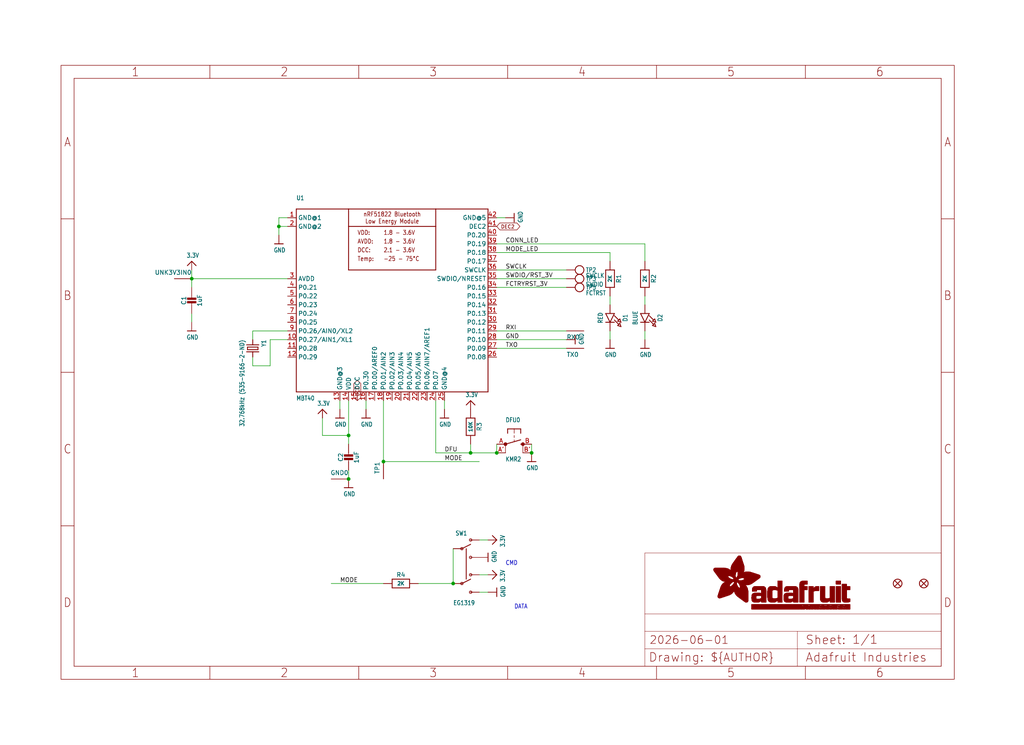
<source format=kicad_sch>
(kicad_sch (version 20230121) (generator eeschema)
  (paper "User" 298.45 217.322)
  (lib_symbols
    (symbol "working-eagle-import:3.3V" (power)
      (property "Value" "3.3V" (at -1.524 1.016 0))
      (symbol "3.3V_1_0"
        (pin power_in line (at 0 -2.54 90) (length 2.54) (name "3.3V") (number "1"))
      )
    )
    (symbol "working-eagle-import:CAP_CERAMIC0805-NOOUTLINE"
      (property "Reference" "C" (at -2.29 1.25 90))
      (symbol "CAP_CERAMIC0805-NOOUTLINE_1_0"
        (pin passive line (at 0 5.08 270) (length 2.54) (name "1") (number "1"))
        (pin passive line (at 0 -2.54 90) (length 2.54) (name "2") (number "2"))
      )
    )
    (symbol "working-eagle-import:CRYSTAL2.0X6.0_32.768"
      (property "Reference" "Y" (at -2.54 2.54 0))
      (symbol "CRYSTAL2.0X6.0_32.768_1_0"
        (pin passive line (at -2.54 0 0) (length 0) (name "1") (number "1"))
        (pin passive line (at 2.54 0 180) (length 0) (name "2") (number "2"))
      )
    )
    (symbol "working-eagle-import:FIDUCIAL{dblquote}{dblquote}")
    (symbol "working-eagle-import:FRAME_A4_ADAFRUIT"
      (symbol "FRAME_A4_ADAFRUIT_1_0"
        (text "${#}/${##}" (at 230.505 10.16 0) (effects (font (size 2.54 2.54)) (justify left bottom)))
        (text "${AUTHOR}" (at 189.23 5.08 0) (effects (font (size 2.286 2.286)) (justify left bottom)))
        (text "${CURRENT_DATE}" (at 171.45 10.16 0) (effects (font (size 2.286 2.286)) (justify left bottom)))
        (text "${PROJECTNAME}" (at 171.45 15.24 0) (effects (font (size 2.54 2.54)) (justify left bottom)))
        (text "1" (at 21.6958 1.905 0) (effects (font (size 2.54 2.286))))
        (text "1" (at 21.6958 177.165 0) (effects (font (size 2.54 2.286))))
        (text "2" (at 65.0875 1.905 0) (effects (font (size 2.54 2.286))))
        (text "2" (at 65.0875 177.165 0) (effects (font (size 2.54 2.286))))
        (text "3" (at 108.4792 1.905 0) (effects (font (size 2.54 2.286))))
        (text "3" (at 108.4792 177.165 0) (effects (font (size 2.54 2.286))))
        (text "4" (at 151.8708 1.905 0) (effects (font (size 2.54 2.286))))
        (text "4" (at 151.8708 177.165 0) (effects (font (size 2.54 2.286))))
        (text "5" (at 195.2625 1.905 0) (effects (font (size 2.54 2.286))))
        (text "5" (at 195.2625 177.165 0) (effects (font (size 2.54 2.286))))
        (text "6" (at 238.6542 1.905 0) (effects (font (size 2.54 2.286))))
        (text "6" (at 238.6542 177.165 0) (effects (font (size 2.54 2.286))))
        (text "A" (at 1.905 156.6863 0) (effects (font (size 2.54 2.286))))
        (text "A" (at 258.445 156.6863 0) (effects (font (size 2.54 2.286))))
        (text "Adafruit Industries" (at 216.916 4.953 0) (effects (font (size 2.54 2.54)) (justify left bottom)))
        (text "B" (at 1.905 111.9188 0) (effects (font (size 2.54 2.286))))
        (text "B" (at 258.445 111.9188 0) (effects (font (size 2.54 2.286))))
        (text "C" (at 1.905 67.1513 0) (effects (font (size 2.54 2.286))))
        (text "C" (at 258.445 67.1513 0) (effects (font (size 2.54 2.286))))
        (text "D" (at 1.905 22.3838 0) (effects (font (size 2.54 2.286))))
        (text "D" (at 258.445 22.3838 0) (effects (font (size 2.54 2.286))))
        (text "Drawing:" (at 171.196 4.953 0) (effects (font (size 2.54 2.54)) (justify left bottom)))
        (text "Sheet:" (at 216.916 10.033 0) (effects (font (size 2.54 2.54)) (justify left bottom)))
      )
    )
    (symbol "working-eagle-import:GND" (power)
      (property "Value" "GND" (at -1.524 -2.54 0))
      (symbol "GND_1_0"
        (pin power_in line (at 0 2.54 270) (length 2.54) (name "GND") (number "1"))
      )
    )
    (symbol "working-eagle-import:LED0805_NOOUTLINE"
      (property "Reference" "D" (at -1.27 4.445 0))
      (symbol "LED0805_NOOUTLINE_1_0"
        (pin passive line (at -5.08 0 0) (length 2.54) (name "A") (number "A"))
        (pin passive line (at 2.54 0 180) (length 2.54) (name "C") (number "C"))
      )
    )
    (symbol "working-eagle-import:NRF51822_MODULE_MDBT40"
      (property "Reference" "U" (at -27.94 27.94 0))
      (symbol "NRF51822_MODULE_MDBT40_1_0"
        (text "-25 - 75°C" (at -2.54 10.16 0) (effects (font (size 1.27 1.0795)) (justify left bottom)))
        (text "1.8 - 3.6V" (at -2.54 15.24 0) (effects (font (size 1.27 1.0795)) (justify left bottom)))
        (text "1.8 - 3.6V" (at -2.54 17.78 0) (effects (font (size 1.27 1.0795)) (justify left bottom)))
        (text "2.1 - 3.6V" (at -2.54 12.7 0) (effects (font (size 1.27 1.0795)) (justify left bottom)))
        (text "AVDD:" (at -10.16 15.24 0) (effects (font (size 1.27 1.0795)) (justify left bottom)))
        (text "DCC:" (at -10.16 12.7 0) (effects (font (size 1.27 1.0795)) (justify left bottom)))
        (text "nRF51822 Bluetooth\nLow Energy Module" (at 0 22.86 0) (effects (font (size 1.27 1.0795))))
        (text "Temp:" (at -10.16 10.16 0) (effects (font (size 1.27 1.0795)) (justify left bottom)))
        (text "VDD:" (at -10.16 17.78 0) (effects (font (size 1.27 1.0795)) (justify left bottom)))
        (pin power_in line (at -30.48 22.86 0) (length 2.54) (name "GND@1") (number "1"))
        (pin bidirectional line (at -30.48 -12.7 0) (length 2.54) (name "P0.27/AIN1/XL1") (number "10"))
        (pin bidirectional line (at -30.48 -15.24 0) (length 2.54) (name "P0.28") (number "11"))
        (pin bidirectional line (at -30.48 -17.78 0) (length 2.54) (name "P0.29") (number "12"))
        (pin power_in line (at -15.24 -30.48 90) (length 2.54) (name "GND@3") (number "13"))
        (pin power_in line (at -12.7 -30.48 90) (length 2.54) (name "VDD") (number "14"))
        (pin power_in line (at -10.16 -30.48 90) (length 2.54) (name "DCC") (number "15"))
        (pin bidirectional line (at -7.62 -30.48 90) (length 2.54) (name "P0.30") (number "16"))
        (pin bidirectional line (at -5.08 -30.48 90) (length 2.54) (name "P0.00/AREF0") (number "17"))
        (pin bidirectional line (at -2.54 -30.48 90) (length 2.54) (name "P0.01/AIN2") (number "18"))
        (pin bidirectional line (at 0 -30.48 90) (length 2.54) (name "P0.02/AIN3") (number "19"))
        (pin power_in line (at -30.48 20.32 0) (length 2.54) (name "GND@2") (number "2"))
        (pin bidirectional line (at 2.54 -30.48 90) (length 2.54) (name "P0.03/AIN4") (number "20"))
        (pin bidirectional line (at 5.08 -30.48 90) (length 2.54) (name "P0.04/AIN5") (number "21"))
        (pin bidirectional line (at 7.62 -30.48 90) (length 2.54) (name "P0.05/AIN6") (number "22"))
        (pin bidirectional line (at 10.16 -30.48 90) (length 2.54) (name "P0.06/AIN7/AREF1") (number "23"))
        (pin bidirectional line (at 12.7 -30.48 90) (length 2.54) (name "P0.07") (number "24"))
        (pin power_in line (at 15.24 -30.48 90) (length 2.54) (name "GND@4") (number "25"))
        (pin bidirectional line (at 30.48 -17.78 180) (length 2.54) (name "P0.08") (number "26"))
        (pin bidirectional line (at 30.48 -15.24 180) (length 2.54) (name "P0.09") (number "27"))
        (pin bidirectional line (at 30.48 -12.7 180) (length 2.54) (name "P0.10") (number "28"))
        (pin bidirectional line (at 30.48 -10.16 180) (length 2.54) (name "P0.11") (number "29"))
        (pin power_in line (at -30.48 5.08 0) (length 2.54) (name "AVDD") (number "3"))
        (pin bidirectional line (at 30.48 -7.62 180) (length 2.54) (name "P0.12") (number "30"))
        (pin bidirectional line (at 30.48 -5.08 180) (length 2.54) (name "P0.13") (number "31"))
        (pin bidirectional line (at 30.48 -2.54 180) (length 2.54) (name "P0.14") (number "32"))
        (pin bidirectional line (at 30.48 0 180) (length 2.54) (name "P0.15") (number "33"))
        (pin bidirectional line (at 30.48 2.54 180) (length 2.54) (name "P0.16") (number "34"))
        (pin bidirectional line (at 30.48 5.08 180) (length 2.54) (name "SWDIO/NRESET") (number "35"))
        (pin bidirectional line (at 30.48 7.62 180) (length 2.54) (name "SWCLK") (number "36"))
        (pin bidirectional line (at 30.48 10.16 180) (length 2.54) (name "P0.17") (number "37"))
        (pin bidirectional line (at 30.48 12.7 180) (length 2.54) (name "P0.18") (number "38"))
        (pin bidirectional line (at 30.48 15.24 180) (length 2.54) (name "P0.19") (number "39"))
        (pin bidirectional line (at -30.48 2.54 0) (length 2.54) (name "P0.21") (number "4"))
        (pin bidirectional line (at 30.48 17.78 180) (length 2.54) (name "P0.20") (number "40"))
        (pin power_in line (at 30.48 20.32 180) (length 2.54) (name "DEC2") (number "41"))
        (pin power_in line (at 30.48 22.86 180) (length 2.54) (name "GND@5") (number "42"))
        (pin bidirectional line (at -30.48 0 0) (length 2.54) (name "P0.22") (number "5"))
        (pin bidirectional line (at -30.48 -2.54 0) (length 2.54) (name "P0.23") (number "6"))
        (pin bidirectional line (at -30.48 -5.08 0) (length 2.54) (name "P0.24") (number "7"))
        (pin bidirectional line (at -30.48 -7.62 0) (length 2.54) (name "P0.25") (number "8"))
        (pin bidirectional line (at -30.48 -10.16 0) (length 2.54) (name "P0.26/AIN0/XL2") (number "9"))
      )
    )
    (symbol "working-eagle-import:RESISTOR0805_NOOUTLINE"
      (property "Reference" "R" (at 0 2.54 0))
      (symbol "RESISTOR0805_NOOUTLINE_1_0"
        (pin passive line (at -5.08 0 0) (length 2.54) (name "1") (number "1"))
        (pin passive line (at 5.08 0 180) (length 2.54) (name "2") (number "2"))
      )
    )
    (symbol "working-eagle-import:SEWTAP-2.0IN"
      (property "Reference" "TP" (at 0 2.54 0))
      (symbol "SEWTAP-2.0IN_1_0"
        (pin bidirectional line (at 0 0 180) (length 5.08) (name "SEW") (number "P$1"))
      )
    )
    (symbol "working-eagle-import:SWITCH_DPDTEG1390"
      (property "Reference" "SW" (at -4.445 8.89 0))
      (symbol "SWITCH_DPDTEG1390_1_0"
        (pin passive line (at 2.54 7.62 180) (length 2.54) (name "O1") (number "O1"))
        (pin passive line (at 2.54 -2.54 180) (length 2.54) (name "O2") (number "O2"))
        (pin passive line (at -5.08 5.08 0) (length 2.54) (name "P1") (number "P1"))
        (pin passive line (at -5.08 -5.08 0) (length 2.54) (name "P2") (number "P2"))
        (pin passive line (at 2.54 2.54 180) (length 2.54) (name "S1") (number "S1"))
        (pin passive line (at 2.54 -7.62 180) (length 2.54) (name "S2") (number "S2"))
      )
    )
    (symbol "working-eagle-import:SWITCH_TACT_SMT4.6X2.8"
      (property "Reference" "SW" (at -2.54 6.35 0))
      (symbol "SWITCH_TACT_SMT4.6X2.8_1_0"
        (pin passive line (at -5.08 0 0) (length 2.54) (name "P") (number "A"))
        (pin passive line (at -5.08 -2.54 0) (length 2.54) (name "P1") (number "A'"))
        (pin passive line (at 5.08 0 180) (length 2.54) (name "S") (number "B"))
        (pin passive line (at 5.08 -2.54 180) (length 2.54) (name "S1") (number "B'"))
      )
    )
    (symbol "working-eagle-import:TESTPOINT1.5X2.0MM_NOCREAM"
      (property "Reference" "TP" (at 0 5.588 90))
      (symbol "TESTPOINT1.5X2.0MM_NOCREAM_1_0"
        (pin bidirectional line (at 0 0 90) (length 2.54) (name "P$1") (number "P$1"))
      )
    )
  )
  (junction (at 137.16 132.08))
  (junction (at 81.28 66.04))
  (junction (at 101.6 139.7))
  (junction (at 55.88 81.28))
  (junction (at 144.78 132.08))
  (junction (at 154.94 132.08))
  (junction (at 111.76 134.62))
  (junction (at 101.6 127))
  (junction (at 132.08 170.18))
  (wire (pts (xy 111.76 116.84) (xy 111.76 134.62)) (stroke (width 0.1524)))
  (wire (pts (xy 106.68 116.84) (xy 106.68 119.38)) (stroke (width 0.1524)))
  (wire (pts (xy 121.92 170.18) (xy 132.08 170.18)) (stroke (width 0.1524)))
  (wire (pts (xy 73.66 96.52) (xy 73.66 99.06)) (stroke (width 0.1524)))
  (wire (pts (xy 129.54 116.84) (xy 129.54 119.38)) (stroke (width 0.1524)))
  (wire (pts (xy 187.96 96.52) (xy 187.96 99.06)) (stroke (width 0.1524)))
  (wire (pts (xy 78.74 106.68) (xy 78.74 99.06)) (stroke (width 0.1524)))
  (wire (pts (xy 177.8 86.36) (xy 177.8 88.9)) (stroke (width 0.1524)))
  (wire (pts (xy 101.6 116.84) (xy 101.6 127)) (stroke (width 0.1524)))
  (wire (pts (xy 99.06 116.84) (xy 99.06 119.38)) (stroke (width 0.1524)))
  (wire (pts (xy 101.6 137.16) (xy 101.6 139.7)) (stroke (width 0.1524)))
  (wire (pts (xy 55.88 81.28) (xy 55.88 78.74)) (stroke (width 0.1524)))
  (wire (pts (xy 111.76 134.62) (xy 139.7 134.62)) (stroke (width 0.1524)))
  (wire (pts (xy 127 116.84) (xy 127 132.08)) (stroke (width 0.1524)))
  (wire (pts (xy 144.78 129.54) (xy 144.78 132.08)) (stroke (width 0.1524)))
  (wire (pts (xy 154.94 129.54) (xy 154.94 132.08)) (stroke (width 0.1524)))
  (wire (pts (xy 137.16 129.54) (xy 137.16 132.08)) (stroke (width 0.1524)))
  (wire (pts (xy 144.78 78.74) (xy 165.1 78.74)) (stroke (width 0.1524)))
  (wire (pts (xy 55.88 81.28) (xy 55.88 83.82)) (stroke (width 0.1524)))
  (wire (pts (xy 144.78 71.12) (xy 187.96 71.12)) (stroke (width 0.1524)))
  (wire (pts (xy 132.08 160.02) (xy 132.08 170.18)) (stroke (width 0.1524)))
  (wire (pts (xy 177.8 73.66) (xy 177.8 76.2)) (stroke (width 0.1524)))
  (wire (pts (xy 81.28 66.04) (xy 81.28 68.58)) (stroke (width 0.1524)))
  (wire (pts (xy 139.7 172.72) (xy 142.24 172.72)) (stroke (width 0.1524)))
  (wire (pts (xy 144.78 73.66) (xy 177.8 73.66)) (stroke (width 0.1524)))
  (wire (pts (xy 83.82 66.04) (xy 81.28 66.04)) (stroke (width 0.1524)))
  (wire (pts (xy 137.16 132.08) (xy 144.78 132.08)) (stroke (width 0.1524)))
  (wire (pts (xy 177.8 96.52) (xy 177.8 99.06)) (stroke (width 0.1524)))
  (wire (pts (xy 55.88 91.44) (xy 55.88 93.98)) (stroke (width 0.1524)))
  (wire (pts (xy 139.7 167.64) (xy 142.24 167.64)) (stroke (width 0.1524)))
  (wire (pts (xy 83.82 63.5) (xy 81.28 63.5)) (stroke (width 0.1524)))
  (wire (pts (xy 187.96 71.12) (xy 187.96 76.2)) (stroke (width 0.1524)))
  (wire (pts (xy 73.66 106.68) (xy 78.74 106.68)) (stroke (width 0.1524)))
  (wire (pts (xy 101.6 127) (xy 93.98 127)) (stroke (width 0.1524)))
  (wire (pts (xy 142.24 157.48) (xy 139.7 157.48)) (stroke (width 0.1524)))
  (wire (pts (xy 101.6 127) (xy 101.6 129.54)) (stroke (width 0.1524)))
  (wire (pts (xy 127 132.08) (xy 137.16 132.08)) (stroke (width 0.1524)))
  (wire (pts (xy 83.82 81.28) (xy 55.88 81.28)) (stroke (width 0.1524)))
  (wire (pts (xy 144.78 96.52) (xy 165.1 96.52)) (stroke (width 0.1524)))
  (wire (pts (xy 144.78 99.06) (xy 165.1 99.06)) (stroke (width 0.1524)))
  (wire (pts (xy 73.66 104.14) (xy 73.66 106.68)) (stroke (width 0.1524)))
  (wire (pts (xy 83.82 96.52) (xy 73.66 96.52)) (stroke (width 0.1524)))
  (wire (pts (xy 144.78 83.82) (xy 165.1 83.82)) (stroke (width 0.1524)))
  (wire (pts (xy 165.1 101.6) (xy 144.78 101.6)) (stroke (width 0.1524)))
  (wire (pts (xy 93.98 127) (xy 93.98 121.92)) (stroke (width 0.1524)))
  (wire (pts (xy 187.96 86.36) (xy 187.96 88.9)) (stroke (width 0.1524)))
  (wire (pts (xy 78.74 99.06) (xy 83.82 99.06)) (stroke (width 0.1524)))
  (wire (pts (xy 144.78 81.28) (xy 165.1 81.28)) (stroke (width 0.1524)))
  (wire (pts (xy 81.28 63.5) (xy 81.28 66.04)) (stroke (width 0.1524)))
  (wire (pts (xy 144.78 63.5) (xy 147.32 63.5)) (stroke (width 0.1524)))
  (wire (pts (xy 111.76 170.18) (xy 96.52 170.18)) (stroke (width 0.1524)))
  (text "DATA" (at 149.86 177.8 0) (effects (font (size 1.27 1.0795)) (justify left bottom)))
  (text "CMD" (at 147.32 165.1 0) (effects (font (size 1.27 1.0795)) (justify left bottom)))
  (label "CONN_LED" (at 147.32 71.12 0) (effects (font (size 1.2446 1.2446))))
  (label "TXO" (at 147.32 101.6 0) (effects (font (size 1.2446 1.2446))))
  (label "SWCLK" (at 147.32 78.74 0) (effects (font (size 1.2446 1.2446))))
  (label "GND" (at 147.32 99.06 0) (effects (font (size 1.2446 1.2446))))
  (label "RXI" (at 147.32 96.52 0) (effects (font (size 1.2446 1.2446))))
  (label "FCTRYRST_3V" (at 147.32 83.82 0) (effects (font (size 1.2446 1.2446))))
  (label "SWDIO/RST_3V" (at 147.32 81.28 0) (effects (font (size 1.2446 1.2446))))
  (label "DFU" (at 129.54 132.08 0) (effects (font (size 1.2446 1.2446))))
  (label "MODE" (at 99.06 170.18 0) (effects (font (size 1.2446 1.2446))))
  (label "MODE" (at 129.54 134.62 0) (effects (font (size 1.2446 1.2446))))
  (label "MODE_LED" (at 147.32 73.66 0) (effects (font (size 1.2446 1.2446))))
  (global_label "DEC2" (shape bidirectional) (at 144.78 66.04 0) (effects (font (size 1.016 1.016))) (property "Intersheetrefs" "${INTERSHEET_REFS}" (effects hide)))
  (global_label "DCC" (shape bidirectional) (at 104.14 116.84 90) (effects (font (size 1.016 1.016))) (property "Intersheetrefs" "${INTERSHEET_REFS}" (effects hide)))
  (symbol (lib_id "working-eagle-import:SEWTAP-2.0IN") (at 165.1 101.6 180) (unit 1)
    (property "Reference" "TX0" (at 165.1 104.14 0) (effects (justify right top)))
    (property "Value" "SEWTAP-2.0IN" (effects hide))
    (property "Footprint" "working:SEWINGTAP_2.0" (effects hide))
  )
  (symbol (lib_id "working-eagle-import:RESISTOR0805_NOOUTLINE") (at 137.16 124.46 270) (unit 1)
    (property "Reference" "R3" (at 139.7 124.46 0))
    (property "Value" "10K" (at 137.16 124.46 0) (effects (font (size 1.016 1.016) bold)))
    (property "Footprint" "working:0805-NO" (effects hide))
  )
  (symbol (lib_id "working-eagle-import:3.3V") (at 144.78 167.64 270) (unit 1)
    (property "Reference" "#U$17" (effects hide))
    (property "Value" "3.3V" (at 145.796 166.116 0) (effects (font (size 1.27 1.0795)) (justify left bottom)))
  )
  (symbol (lib_id "working-eagle-import:GND") (at 99.06 121.92 0) (unit 1)
    (property "Reference" "#U$11" (effects hide))
    (property "Value" "GND" (at 97.536 124.46 0) (effects (font (size 1.27 1.0795)) (justify left bottom)))
  )
  (symbol (lib_id "working-eagle-import:FIDUCIAL{dblquote}{dblquote}") (at 261.62 170.18 0) (unit 1)
    (property "Reference" "FID2" (effects hide))
    (property "Value" "FIDUCIAL{dblquote}{dblquote}" (effects hide))
    (property "Footprint" "working:FIDUCIAL_1MM" (effects hide))
  )
  (symbol (lib_id "working-eagle-import:GND") (at 144.78 172.72 90) (unit 1)
    (property "Reference" "#U$20" (effects hide))
    (property "Value" "GND" (at 147.32 174.244 0) (effects (font (size 1.27 1.0795)) (justify left bottom)))
  )
  (symbol (lib_id "working-eagle-import:3.3V") (at 93.98 119.38 0) (unit 1)
    (property "Reference" "#U$14" (effects hide))
    (property "Value" "3.3V" (at 92.456 118.364 0) (effects (font (size 1.27 1.0795)) (justify left bottom)))
  )
  (symbol (lib_id "working-eagle-import:GND") (at 106.68 121.92 0) (unit 1)
    (property "Reference" "#U$9" (effects hide))
    (property "Value" "GND" (at 105.156 124.46 0) (effects (font (size 1.27 1.0795)) (justify left bottom)))
  )
  (symbol (lib_id "working-eagle-import:RESISTOR0805_NOOUTLINE") (at 177.8 81.28 270) (unit 1)
    (property "Reference" "R1" (at 180.34 81.28 0))
    (property "Value" "2K" (at 177.8 81.28 0) (effects (font (size 1.016 1.016) bold)))
    (property "Footprint" "working:0805-NO" (effects hide))
  )
  (symbol (lib_id "working-eagle-import:SWITCH_TACT_SMT4.6X2.8") (at 149.86 129.54 0) (unit 1)
    (property "Reference" "DFU0" (at 147.32 123.19 0) (effects (font (size 1.27 1.0795)) (justify left bottom)))
    (property "Value" "KMR2" (at 147.32 134.62 0) (effects (font (size 1.27 1.0795)) (justify left bottom)))
    (property "Footprint" "working:BTN_KMR2_4.6X2.8" (effects hide))
  )
  (symbol (lib_id "working-eagle-import:RESISTOR0805_NOOUTLINE") (at 116.84 170.18 0) (unit 1)
    (property "Reference" "R4" (at 116.84 167.64 0))
    (property "Value" "2K" (at 116.84 170.18 0) (effects (font (size 1.016 1.016) bold)))
    (property "Footprint" "working:0805-NO" (effects hide))
  )
  (symbol (lib_id "working-eagle-import:3.3V") (at 55.88 76.2 0) (unit 1)
    (property "Reference" "#U$16" (effects hide))
    (property "Value" "3.3V" (at 54.356 75.184 0) (effects (font (size 1.27 1.0795)) (justify left bottom)))
  )
  (symbol (lib_id "working-eagle-import:CAP_CERAMIC0805-NOOUTLINE") (at 55.88 88.9 0) (unit 1)
    (property "Reference" "C1" (at 53.59 87.65 90))
    (property "Value" "1uF" (at 58.18 87.65 90))
    (property "Footprint" "working:0805-NO" (effects hide))
  )
  (symbol (lib_id "working-eagle-import:GND") (at 129.54 121.92 0) (unit 1)
    (property "Reference" "#U$10" (effects hide))
    (property "Value" "GND" (at 128.016 124.46 0) (effects (font (size 1.27 1.0795)) (justify left bottom)))
  )
  (symbol (lib_id "working-eagle-import:TESTPOINT1.5X2.0MM_NOCREAM") (at 165.1 81.28 270) (unit 1)
    (property "Reference" "TP3" (at 170.688 81.28 90) (effects (font (size 1.27 1.0795)) (justify left)))
    (property "Value" "SWDIO" (at 170.688 82.931 90) (effects (font (size 1.27 1.0795)) (justify left)))
    (property "Footprint" "working:PAD-1.5X2.0" (effects hide))
  )
  (symbol (lib_id "working-eagle-import:GND") (at 55.88 96.52 0) (unit 1)
    (property "Reference" "#U$15" (effects hide))
    (property "Value" "GND" (at 54.356 99.06 0) (effects (font (size 1.27 1.0795)) (justify left bottom)))
  )
  (symbol (lib_id "working-eagle-import:RESISTOR0805_NOOUTLINE") (at 187.96 81.28 270) (unit 1)
    (property "Reference" "R2" (at 190.5 81.28 0))
    (property "Value" "2K" (at 187.96 81.28 0) (effects (font (size 1.016 1.016) bold)))
    (property "Footprint" "working:0805-NO" (effects hide))
  )
  (symbol (lib_id "working-eagle-import:LED0805_NOOUTLINE") (at 177.8 93.98 270) (unit 1)
    (property "Reference" "D1" (at 182.245 92.71 0) (effects (font (size 1.27 1.0795))))
    (property "Value" "RED" (at 175.006 92.71 0) (effects (font (size 1.27 1.0795))))
    (property "Footprint" "working:CHIPLED_0805_NOOUTLINE" (effects hide))
  )
  (symbol (lib_id "working-eagle-import:CAP_CERAMIC0805-NOOUTLINE") (at 101.6 134.62 0) (unit 1)
    (property "Reference" "C2" (at 99.31 133.37 90))
    (property "Value" "1uF" (at 103.9 133.37 90))
    (property "Footprint" "working:0805-NO" (effects hide))
  )
  (symbol (lib_id "working-eagle-import:GND") (at 81.28 71.12 0) (unit 1)
    (property "Reference" "#U$12" (effects hide))
    (property "Value" "GND" (at 79.756 73.66 0) (effects (font (size 1.27 1.0795)) (justify left bottom)))
  )
  (symbol (lib_id "working-eagle-import:TESTPOINT1.5X2.0MM_NOCREAM") (at 165.1 83.82 270) (unit 1)
    (property "Reference" "TP5" (at 170.688 83.82 90) (effects (font (size 1.27 1.0795)) (justify left)))
    (property "Value" "FCTRST" (at 170.688 85.471 90) (effects (font (size 1.27 1.0795)) (justify left)))
    (property "Footprint" "working:PAD-1.5X2.0" (effects hide))
  )
  (symbol (lib_id "working-eagle-import:TESTPOINT1.5X2.0MM_NOCREAM") (at 165.1 78.74 270) (unit 1)
    (property "Reference" "TP2" (at 170.688 78.74 90) (effects (font (size 1.27 1.0795)) (justify left)))
    (property "Value" "SWCLK" (at 170.688 80.391 90) (effects (font (size 1.27 1.0795)) (justify left)))
    (property "Footprint" "working:PAD-1.5X2.0" (effects hide))
  )
  (symbol (lib_id "working-eagle-import:NRF51822_MODULE_MDBT40") (at 114.3 86.36 0) (unit 1)
    (property "Reference" "U1" (at 86.36 58.42 0) (effects (font (size 1.27 1.0795)) (justify left bottom)))
    (property "Value" "MBT40" (at 86.36 116.84 0) (effects (font (size 1.27 1.0795)) (justify left bottom)))
    (property "Footprint" "working:BLE_MODULE_RAYTAC_MDBT40" (effects hide))
  )
  (symbol (lib_id "working-eagle-import:FRAME_A4_ADAFRUIT") (at 17.78 198.12 0) (unit 1)
    (property "Reference" "#U$1" (effects hide))
    (property "Value" "FRAME_A4_ADAFRUIT" (effects hide))
  )
  (symbol (lib_id "working-eagle-import:GND") (at 177.8 101.6 0) (unit 1)
    (property "Reference" "#U$3" (effects hide))
    (property "Value" "GND" (at 176.276 104.14 0) (effects (font (size 1.27 1.0795)) (justify left bottom)))
  )
  (symbol (lib_id "working-eagle-import:3.3V") (at 137.16 116.84 0) (unit 1)
    (property "Reference" "#U$4" (effects hide))
    (property "Value" "3.3V" (at 135.636 115.824 0) (effects (font (size 1.27 1.0795)) (justify left bottom)))
  )
  (symbol (lib_id "working-eagle-import:LED0805_NOOUTLINE") (at 187.96 93.98 270) (unit 1)
    (property "Reference" "D2" (at 192.405 92.71 0) (effects (font (size 1.27 1.0795))))
    (property "Value" "BLUE" (at 185.166 92.71 0) (effects (font (size 1.27 1.0795))))
    (property "Footprint" "working:CHIPLED_0805_NOOUTLINE" (effects hide))
  )
  (symbol (lib_id "working-eagle-import:SEWTAP-2.0IN") (at 111.76 134.62 90) (unit 1)
    (property "Reference" "TP1" (at 109.22 134.62 0) (effects (justify right top)))
    (property "Value" "SEWTAP-2.0IN" (effects hide))
    (property "Footprint" "working:SEWINGTAP_2.0" (effects hide))
  )
  (symbol (lib_id "working-eagle-import:SEWTAP-2.0IN") (at 55.88 81.28 0) (unit 1)
    (property "Reference" "UNK3V3IN0" (at 55.88 78.74 0) (effects (justify right top)))
    (property "Value" "SEWTAP-2.0IN" (effects hide))
    (property "Footprint" "working:SEWINGTAP_2.0" (effects hide))
  )
  (symbol (lib_id "working-eagle-import:GND") (at 154.94 134.62 0) (unit 1)
    (property "Reference" "#U$2" (effects hide))
    (property "Value" "GND" (at 153.416 137.16 0) (effects (font (size 1.27 1.0795)) (justify left bottom)))
  )
  (symbol (lib_id "working-eagle-import:SWITCH_DPDTEG1390") (at 137.16 165.1 0) (unit 1)
    (property "Reference" "SW1" (at 132.715 156.21 0) (effects (font (size 1.27 1.0795)) (justify left bottom)))
    (property "Value" "EG1319" (at 132.08 176.53 0) (effects (font (size 1.27 1.0795)) (justify left bottom)))
    (property "Footprint" "working:EG1390" (effects hide))
  )
  (symbol (lib_id "working-eagle-import:FIDUCIAL{dblquote}{dblquote}") (at 269.24 170.18 0) (unit 1)
    (property "Reference" "FID1" (effects hide))
    (property "Value" "FIDUCIAL{dblquote}{dblquote}" (effects hide))
    (property "Footprint" "working:FIDUCIAL_1MM" (effects hide))
  )
  (symbol (lib_id "working-eagle-import:SEWTAP-2.0IN") (at 101.6 139.7 0) (unit 1)
    (property "Reference" "GND0" (at 101.6 137.16 0) (effects (justify right top)))
    (property "Value" "SEWTAP-2.0IN" (effects hide))
    (property "Footprint" "working:SEWINGTAP_2.0" (effects hide))
  )
  (symbol (lib_id "working-eagle-import:GND") (at 187.96 101.6 0) (unit 1)
    (property "Reference" "#U$8" (effects hide))
    (property "Value" "GND" (at 186.436 104.14 0) (effects (font (size 1.27 1.0795)) (justify left bottom)))
  )
  (symbol (lib_id "working-eagle-import:GND") (at 167.64 99.06 90) (unit 1)
    (property "Reference" "#U$5" (effects hide))
    (property "Value" "GND" (at 170.18 100.584 0) (effects (font (size 1.27 1.0795)) (justify left bottom)))
  )
  (symbol (lib_id "working-eagle-import:CRYSTAL2.0X6.0_32.768") (at 73.66 101.6 270) (unit 1)
    (property "Reference" "Y1" (at 76.2 99.06 0) (effects (font (size 1.27 1.0795)) (justify left bottom)))
    (property "Value" "32.768kHz (535-9166-2-ND)" (at 69.85 99.06 0) (effects (font (size 1.27 1.0795)) (justify left bottom)))
    (property "Footprint" "working:CRYSTAL_CYL_2X6MM_SMT" (effects hide))
  )
  (symbol (lib_id "working-eagle-import:GND") (at 142.24 162.56 90) (unit 1)
    (property "Reference" "#U$22" (effects hide))
    (property "Value" "GND" (at 144.78 164.084 0) (effects (font (size 1.27 1.0795)) (justify left bottom)))
  )
  (symbol (lib_id "working-eagle-import:GND") (at 101.6 142.24 0) (unit 1)
    (property "Reference" "#U$18" (effects hide))
    (property "Value" "GND" (at 100.076 144.78 0) (effects (font (size 1.27 1.0795)) (justify left bottom)))
  )
  (symbol (lib_id "working-eagle-import:GND") (at 149.86 63.5 90) (unit 1)
    (property "Reference" "#U$13" (effects hide))
    (property "Value" "GND" (at 152.4 65.024 0) (effects (font (size 1.27 1.0795)) (justify left bottom)))
  )
  (symbol (lib_id "working-eagle-import:SEWTAP-2.0IN") (at 165.1 96.52 180) (unit 1)
    (property "Reference" "RX0" (at 165.1 99.06 0) (effects (justify right top)))
    (property "Value" "SEWTAP-2.0IN" (effects hide))
    (property "Footprint" "working:SEWINGTAP_2.0" (effects hide))
  )
  (symbol (lib_id "working-eagle-import:3.3V") (at 144.78 157.48 270) (unit 1)
    (property "Reference" "#U$21" (effects hide))
    (property "Value" "3.3V" (at 145.796 155.956 0) (effects (font (size 1.27 1.0795)) (justify left bottom)))
  )
)
</source>
